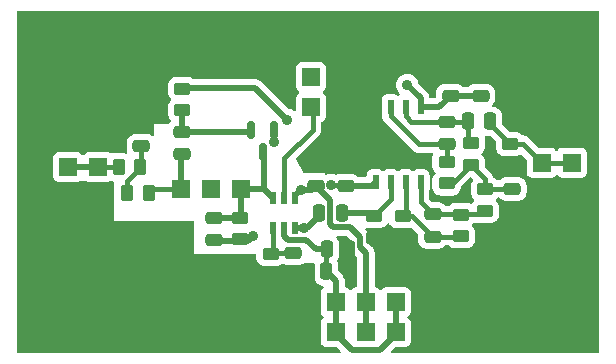
<source format=gbr>
%TF.GenerationSoftware,KiCad,Pcbnew,6.0.11+dfsg-1~bpo11+1*%
%TF.CreationDate,2023-04-13T10:21:59+00:00*%
%TF.ProjectId,PCRD01,50435244-3031-42e6-9b69-6361645f7063,01A*%
%TF.SameCoordinates,Original*%
%TF.FileFunction,Copper,L2,Bot*%
%TF.FilePolarity,Positive*%
%FSLAX46Y46*%
G04 Gerber Fmt 4.6, Leading zero omitted, Abs format (unit mm)*
G04 Created by KiCad (PCBNEW 6.0.11+dfsg-1~bpo11+1) date 2023-04-13 10:21:59*
%MOMM*%
%LPD*%
G01*
G04 APERTURE LIST*
G04 Aperture macros list*
%AMRoundRect*
0 Rectangle with rounded corners*
0 $1 Rounding radius*
0 $2 $3 $4 $5 $6 $7 $8 $9 X,Y pos of 4 corners*
0 Add a 4 corners polygon primitive as box body*
4,1,4,$2,$3,$4,$5,$6,$7,$8,$9,$2,$3,0*
0 Add four circle primitives for the rounded corners*
1,1,$1+$1,$2,$3*
1,1,$1+$1,$4,$5*
1,1,$1+$1,$6,$7*
1,1,$1+$1,$8,$9*
0 Add four rect primitives between the rounded corners*
20,1,$1+$1,$2,$3,$4,$5,0*
20,1,$1+$1,$4,$5,$6,$7,0*
20,1,$1+$1,$6,$7,$8,$9,0*
20,1,$1+$1,$8,$9,$2,$3,0*%
G04 Aperture macros list end*
%TA.AperFunction,ComponentPad*%
%ADD10R,1.524000X1.524000*%
%TD*%
%TA.AperFunction,ComponentPad*%
%ADD11C,6.000000*%
%TD*%
%TA.AperFunction,SMDPad,CuDef*%
%ADD12RoundRect,0.250000X-0.475000X0.250000X-0.475000X-0.250000X0.475000X-0.250000X0.475000X0.250000X0*%
%TD*%
%TA.AperFunction,SMDPad,CuDef*%
%ADD13RoundRect,0.250000X0.475000X-0.250000X0.475000X0.250000X-0.475000X0.250000X-0.475000X-0.250000X0*%
%TD*%
%TA.AperFunction,SMDPad,CuDef*%
%ADD14RoundRect,0.250000X-0.250000X-0.475000X0.250000X-0.475000X0.250000X0.475000X-0.250000X0.475000X0*%
%TD*%
%TA.AperFunction,SMDPad,CuDef*%
%ADD15RoundRect,0.250000X0.450000X-0.262500X0.450000X0.262500X-0.450000X0.262500X-0.450000X-0.262500X0*%
%TD*%
%TA.AperFunction,SMDPad,CuDef*%
%ADD16RoundRect,0.250000X0.262500X0.450000X-0.262500X0.450000X-0.262500X-0.450000X0.262500X-0.450000X0*%
%TD*%
%TA.AperFunction,SMDPad,CuDef*%
%ADD17RoundRect,0.250000X-0.450000X0.262500X-0.450000X-0.262500X0.450000X-0.262500X0.450000X0.262500X0*%
%TD*%
%TA.AperFunction,SMDPad,CuDef*%
%ADD18RoundRect,0.250000X0.250000X0.475000X-0.250000X0.475000X-0.250000X-0.475000X0.250000X-0.475000X0*%
%TD*%
%TA.AperFunction,SMDPad,CuDef*%
%ADD19R,0.508000X1.143000*%
%TD*%
%TA.AperFunction,SMDPad,CuDef*%
%ADD20R,0.500000X1.000760*%
%TD*%
%TA.AperFunction,SMDPad,CuDef*%
%ADD21R,0.501040X1.000760*%
%TD*%
%TA.AperFunction,SMDPad,CuDef*%
%ADD22RoundRect,0.150000X-0.150000X0.587500X-0.150000X-0.587500X0.150000X-0.587500X0.150000X0.587500X0*%
%TD*%
%TA.AperFunction,ViaPad*%
%ADD23C,0.889000*%
%TD*%
%TA.AperFunction,Conductor*%
%ADD24C,0.500000*%
%TD*%
%TA.AperFunction,Conductor*%
%ADD25C,0.400000*%
%TD*%
G04 APERTURE END LIST*
D10*
%TO.P,J1,1*%
%TO.N,GND*%
X2540000Y8890000D03*
%TO.P,J1,2*%
X0Y8890000D03*
%TO.P,J1,3*%
%TO.N,/+Ubias*%
X2540000Y11430000D03*
%TO.P,J1,4*%
X0Y11430000D03*
%TO.P,J1,5*%
%TO.N,GND*%
X2540000Y13970000D03*
%TO.P,J1,6*%
X0Y13970000D03*
%TD*%
%TO.P,J2,1*%
%TO.N,GND*%
X30276800Y0D03*
%TO.P,J2,2*%
X30276800Y-2540000D03*
%TO.P,J2,3*%
%TO.N,V-*%
X27736800Y0D03*
%TO.P,J2,4*%
X27736800Y-2540000D03*
%TO.P,J2,5*%
%TO.N,V+*%
X25196800Y0D03*
%TO.P,J2,6*%
X25196800Y-2540000D03*
%TO.P,J2,7*%
%TO.N,V-*%
X22656800Y0D03*
%TO.P,J2,8*%
X22656800Y-2540000D03*
%TO.P,J2,9*%
%TO.N,GND*%
X20116800Y0D03*
%TO.P,J2,10*%
X20116800Y-2540000D03*
%TD*%
%TO.P,J5,1*%
%TO.N,GND*%
X42646600Y9245600D03*
%TO.P,J5,2*%
X40106600Y9245600D03*
%TO.P,J5,3*%
%TO.N,Net-(C14-Pad2)*%
X42646600Y11785600D03*
%TO.P,J5,4*%
X40106600Y11785600D03*
%TO.P,J5,5*%
%TO.N,GND*%
X42646600Y14325600D03*
%TO.P,J5,6*%
X40106600Y14325600D03*
%TD*%
D11*
%TO.P,P4,1,P1*%
%TO.N,GND*%
X0Y0D03*
%TD*%
%TO.P,P3,1,P1*%
%TO.N,GND*%
X0Y20320000D03*
%TD*%
%TO.P,P1,1,P1*%
%TO.N,GND*%
X40640000Y0D03*
%TD*%
%TO.P,P2,1,P1*%
%TO.N,GND*%
X40640000Y20320000D03*
%TD*%
D10*
%TO.P,J4,1,P1*%
%TO.N,/#SHDN*%
X20574000Y16510000D03*
%TO.P,J4,2,PM*%
%TO.N,V+*%
X20574000Y19050000D03*
%TD*%
D12*
%TO.P,C1,1*%
%TO.N,Net-(C1-Pad1)*%
X9652000Y14412000D03*
%TO.P,C1,2*%
%TO.N,/K*%
X9652000Y12512000D03*
%TD*%
%TO.P,C2,1*%
%TO.N,Net-(C2-Pad1)*%
X19050000Y4125000D03*
%TO.P,C2,2*%
%TO.N,GND*%
X19050000Y2225000D03*
%TD*%
D13*
%TO.P,C3,1*%
%TO.N,V+*%
X20955000Y9845000D03*
%TO.P,C3,2*%
%TO.N,GND*%
X20955000Y11745000D03*
%TD*%
%TO.P,C5,1*%
%TO.N,V+*%
X34925000Y17465000D03*
%TO.P,C5,2*%
%TO.N,GND*%
X34925000Y19365000D03*
%TD*%
%TO.P,C6,1*%
%TO.N,V+*%
X32385000Y17465000D03*
%TO.P,C6,2*%
%TO.N,GND*%
X32385000Y19365000D03*
%TD*%
D14*
%TO.P,C10,1*%
%TO.N,V-*%
X21884600Y2590800D03*
%TO.P,C10,2*%
%TO.N,GND*%
X23784600Y2590800D03*
%TD*%
D13*
%TO.P,C12,1*%
%TO.N,GND*%
X37592000Y7686000D03*
%TO.P,C12,2*%
%TO.N,Net-(C12-Pad2)*%
X37592000Y9586000D03*
%TD*%
D14*
%TO.P,C14,1*%
%TO.N,Net-(C13-Pad2)*%
X33848000Y15290800D03*
%TO.P,C14,2*%
%TO.N,Net-(C14-Pad2)*%
X35748000Y15290800D03*
%TD*%
D15*
%TO.P,R1,1*%
%TO.N,Net-(C1-Pad1)*%
X9652000Y16232500D03*
%TO.P,R1,2*%
%TO.N,V-*%
X9652000Y18057500D03*
%TD*%
D16*
%TO.P,R2,1*%
%TO.N,Net-(C15-Pad1)*%
X6106800Y11430000D03*
%TO.P,R2,2*%
%TO.N,/+Ubias*%
X4281800Y11430000D03*
%TD*%
D15*
%TO.P,R5,1*%
%TO.N,GND*%
X25908000Y5437500D03*
%TO.P,R5,2*%
%TO.N,Net-(C8-Pad1)*%
X25908000Y7262500D03*
%TD*%
%TO.P,R6,1*%
%TO.N,Net-(C11-Pad1)*%
X33274000Y5564500D03*
%TO.P,R6,2*%
%TO.N,Net-(C11-Pad2)*%
X33274000Y7389500D03*
%TD*%
%TO.P,R7,1*%
%TO.N,GND*%
X28321000Y5437500D03*
%TO.P,R7,2*%
%TO.N,Net-(C11-Pad1)*%
X28321000Y7262500D03*
%TD*%
%TO.P,R8,1*%
%TO.N,Net-(C11-Pad2)*%
X35306000Y7723500D03*
%TO.P,R8,2*%
%TO.N,Net-(C12-Pad2)*%
X35306000Y9548500D03*
%TD*%
%TO.P,R9,1*%
%TO.N,Net-(C12-Pad2)*%
X32054800Y10034900D03*
%TO.P,R9,2*%
%TO.N,Net-(C13-Pad1)*%
X32054800Y11859900D03*
%TD*%
D17*
%TO.P,R11,1*%
%TO.N,Net-(C14-Pad2)*%
X37439600Y13358500D03*
%TO.P,R11,2*%
%TO.N,GND*%
X37439600Y11533500D03*
%TD*%
D13*
%TO.P,C11,1*%
%TO.N,Net-(C11-Pad1)*%
X30861000Y5527000D03*
%TO.P,C11,2*%
%TO.N,Net-(C11-Pad2)*%
X30861000Y7427000D03*
%TD*%
%TO.P,C4,1*%
%TO.N,Net-(C4-Pad1)*%
X12369569Y5213931D03*
%TO.P,C4,2*%
%TO.N,/A*%
X12369569Y7113931D03*
%TD*%
D10*
%TO.P,J3,1*%
%TO.N,/K*%
X9525000Y9525000D03*
%TO.P,J3,2*%
%TO.N,GND*%
X12065000Y9525000D03*
%TO.P,J3,3*%
%TO.N,/A*%
X14605000Y9525000D03*
%TD*%
D13*
%TO.P,C9,1*%
%TO.N,V-*%
X23495000Y9845000D03*
%TO.P,C9,2*%
%TO.N,GND*%
X23495000Y11745000D03*
%TD*%
D18*
%TO.P,C8,1*%
%TO.N,Net-(C8-Pad1)*%
X23175000Y7493000D03*
%TO.P,C8,2*%
%TO.N,Net-(C4-Pad1)*%
X21275000Y7493000D03*
%TD*%
D13*
%TO.P,C13,1*%
%TO.N,Net-(C13-Pad1)*%
X32054800Y13350200D03*
%TO.P,C13,2*%
%TO.N,Net-(C13-Pad2)*%
X32054800Y15250200D03*
%TD*%
D15*
%TO.P,R10,1*%
%TO.N,Net-(C12-Pad2)*%
X34086800Y11635100D03*
%TO.P,R10,2*%
%TO.N,Net-(C13-Pad2)*%
X34086800Y13460100D03*
%TD*%
D14*
%TO.P,C7,1*%
%TO.N,V-*%
X21910000Y4445000D03*
%TO.P,C7,2*%
%TO.N,GND*%
X23810000Y4445000D03*
%TD*%
D19*
%TO.P,U2,1*%
%TO.N,Net-(C11-Pad2)*%
X29845000Y10160000D03*
%TO.P,U2,2,-*%
%TO.N,Net-(C11-Pad1)*%
X28575000Y10160000D03*
%TO.P,U2,3,+*%
%TO.N,Net-(C8-Pad1)*%
X27305000Y10160000D03*
%TO.P,U2,4,V-*%
%TO.N,V-*%
X26035000Y10160000D03*
%TO.P,U2,5,+*%
%TO.N,GND*%
X26035000Y16510000D03*
%TO.P,U2,6,-*%
%TO.N,Net-(C13-Pad1)*%
X27305000Y16510000D03*
%TO.P,U2,7*%
%TO.N,Net-(C13-Pad2)*%
X28575000Y16510000D03*
%TO.P,U2,8,V+*%
%TO.N,V+*%
X29845000Y16510000D03*
%TD*%
D20*
%TO.P,U1,1*%
%TO.N,Net-(C4-Pad1)*%
X19240500Y6223000D03*
%TO.P,U1,2,V-*%
%TO.N,V-*%
X18288000Y6223000D03*
%TO.P,U1,3,+*%
%TO.N,Net-(C2-Pad1)*%
X17335500Y6223000D03*
D21*
%TO.P,U1,4,-*%
%TO.N,/A*%
X17335500Y8763000D03*
D20*
%TO.P,U1,5,#SHDN*%
%TO.N,/#SHDN*%
X18288000Y8763000D03*
%TO.P,U1,6,V+*%
%TO.N,V+*%
X19240500Y8763000D03*
%TD*%
D15*
%TO.P,R3,1*%
%TO.N,GND*%
X17145000Y2262500D03*
%TO.P,R3,2*%
%TO.N,Net-(C2-Pad1)*%
X17145000Y4087500D03*
%TD*%
D22*
%TO.P,Q1,1,S*%
%TO.N,Net-(C1-Pad1)*%
X15532000Y14536500D03*
%TO.P,Q1,2,D*%
%TO.N,V+*%
X17432000Y14536500D03*
%TO.P,Q1,3,G*%
%TO.N,/A*%
X16482000Y12661500D03*
%TD*%
D15*
%TO.P,R4,1*%
%TO.N,Net-(C4-Pad1)*%
X14592569Y5306431D03*
%TO.P,R4,2*%
%TO.N,/A*%
X14592569Y7131431D03*
%TD*%
D16*
%TO.P,R12,1*%
%TO.N,/K*%
X6817500Y9212500D03*
%TO.P,R12,2*%
%TO.N,Net-(C15-Pad1)*%
X4992500Y9212500D03*
%TD*%
D13*
%TO.P,C15,1*%
%TO.N,Net-(C15-Pad1)*%
X6197600Y13185100D03*
%TO.P,C15,2*%
%TO.N,GND*%
X6197600Y15085100D03*
%TD*%
D23*
%TO.N,GND*%
X24739600Y16510000D03*
X17043400Y22402800D03*
X32766000Y21818600D03*
X27762200Y22301200D03*
X24765000Y13970000D03*
X21996400Y13208000D03*
X23266400Y3454400D03*
X-2184400Y15900400D03*
X-2184400Y4826000D03*
X28600400Y12242800D03*
X33375600Y3733800D03*
X1282000Y4999000D03*
X37033200Y5105400D03*
X27495500Y3238500D03*
X23037800Y22199600D03*
X12217400Y22834600D03*
X4292600Y18516600D03*
%TO.N,V+*%
X19690447Y9519689D03*
X17449800Y13538200D03*
X28732000Y18349000D03*
%TO.N,Net-(C4-Pad1)*%
X19939000Y6235700D03*
X15646931Y5584069D03*
%TO.N,V-*%
X21920200Y4432300D03*
X22298002Y9906000D03*
X18521400Y15438400D03*
%TD*%
D24*
%TO.N,Net-(C1-Pad1)*%
X9652000Y14414500D02*
X15557500Y14414500D01*
X9652000Y14414500D02*
X9652000Y16192500D01*
D25*
%TO.N,Net-(C2-Pad1)*%
X17332000Y6219500D02*
X17335500Y6223000D01*
X19050000Y4127500D02*
X17145000Y4127500D01*
X17332000Y4314500D02*
X17332000Y6219500D01*
%TO.N,GND*%
X25908000Y5397500D02*
X26162000Y5397500D01*
D24*
%TO.N,V+*%
X25196800Y4124960D02*
X24707001Y4614759D01*
X34925000Y17462500D02*
X32385000Y17462500D01*
X17449800Y13538200D02*
X17449800Y14518700D01*
X29845000Y16510000D02*
X31432500Y16510000D01*
X25196800Y0D02*
X25196800Y4124960D01*
X22167001Y6575639D02*
X22167001Y8630499D01*
X28732000Y18349000D02*
X29845000Y17236000D01*
D25*
X19240500Y8763000D02*
X19240500Y8826500D01*
D24*
X19240500Y9069742D02*
X19690447Y9519689D01*
X29845000Y17236000D02*
X29845000Y16510000D01*
X19240500Y8763000D02*
X19240500Y9069742D01*
X22398141Y6344499D02*
X22167001Y6575639D01*
X31432500Y16510000D02*
X32385000Y17462500D01*
X20632189Y9519689D02*
X20955000Y9842500D01*
X19690447Y9519689D02*
X20632189Y9519689D01*
X24707001Y5503501D02*
X23866003Y6344499D01*
X17454500Y13538200D02*
X17449800Y13538200D01*
X17449800Y14518700D02*
X17432000Y14536500D01*
X17462500Y13530200D02*
X17454500Y13538200D01*
X24707001Y4614759D02*
X24707001Y5503501D01*
X25196800Y-2540000D02*
X25196800Y0D01*
X23866003Y6344499D02*
X22398141Y6344499D01*
X22167001Y8630499D02*
X20955000Y9842500D01*
%TO.N,Net-(C4-Pad1)*%
X21272500Y7239000D02*
X20269200Y6235700D01*
X19310383Y6235700D02*
X19939000Y6235700D01*
X15646931Y5584069D02*
X15261862Y5199000D01*
X20269200Y6235700D02*
X19939000Y6235700D01*
X15261862Y5199000D02*
X12382000Y5199000D01*
X19240500Y6223000D02*
X19253200Y6235700D01*
X19253200Y6235700D02*
X19310383Y6235700D01*
X21272500Y7493000D02*
X21272500Y7239000D01*
%TO.N,V-*%
X18521400Y15438400D02*
X15862300Y18097500D01*
X18630499Y5272619D02*
X20135381Y5272619D01*
X27736800Y-2746200D02*
X26432000Y-4051000D01*
D25*
X22298002Y9906000D02*
X23431500Y9906000D01*
X21882100Y4419600D02*
X21907500Y4445000D01*
D24*
X26432000Y-4051000D02*
X24032000Y-4051000D01*
D25*
X21882100Y2590800D02*
X21882100Y4419600D01*
D24*
X25717500Y9842500D02*
X26035000Y10160000D01*
X20135381Y5272619D02*
X20963000Y4445000D01*
X22656800Y0D02*
X22656800Y-2540000D01*
X18288000Y5615118D02*
X18630499Y5272619D01*
X27736800Y-2540000D02*
X27736800Y0D01*
X23495000Y9842500D02*
X25717500Y9842500D01*
X21907500Y4445000D02*
X20963000Y4445000D01*
X18288000Y6223000D02*
X18288000Y5615118D01*
X24032000Y-4051000D02*
X22656800Y-2675800D01*
X22656800Y0D02*
X22656800Y1816100D01*
X15862300Y18097500D02*
X9652000Y18097500D01*
D25*
X21907500Y4445000D02*
X21920200Y4432300D01*
D24*
X22656800Y1816100D02*
X21882100Y2590800D01*
D25*
%TO.N,Net-(C8-Pad1)*%
X25908000Y7302500D02*
X27305000Y8699500D01*
D24*
X23177500Y7493000D02*
X25717500Y7493000D01*
D25*
X27305000Y8699500D02*
X27305000Y10381000D01*
D24*
X25717500Y7493000D02*
X25908000Y7302500D01*
D25*
%TO.N,Net-(C11-Pad1)*%
X29083000Y7302500D02*
X30861000Y5524500D01*
X28575000Y10381000D02*
X28575000Y7556500D01*
X28575000Y7556500D02*
X28321000Y7302500D01*
X28321000Y7302500D02*
X29083000Y7302500D01*
X30861000Y5524500D02*
X33274000Y5524500D01*
%TO.N,Net-(C11-Pad2)*%
X35052000Y7429500D02*
X35306000Y7683500D01*
X33274000Y7429500D02*
X35052000Y7429500D01*
X29845000Y8445500D02*
X30861000Y7429500D01*
X29845000Y10381000D02*
X29845000Y8445500D01*
X30861000Y7429500D02*
X33274000Y7429500D01*
%TO.N,Net-(C12-Pad2)*%
X37592000Y9588500D02*
X35306000Y9588500D01*
X35306000Y9588500D02*
X35306000Y10375900D01*
X35306000Y10375900D02*
X34086800Y11595100D01*
X32486600Y9994900D02*
X34086800Y11595100D01*
X32054800Y9994900D02*
X32486600Y9994900D01*
%TO.N,Net-(C13-Pad1)*%
X32054800Y11899900D02*
X32054800Y13347700D01*
X29683300Y13347700D02*
X27305000Y15726000D01*
X27305000Y15726000D02*
X27305000Y16510000D01*
X32054800Y13347700D02*
X29683300Y13347700D01*
%TO.N,Net-(C13-Pad2)*%
X28575000Y15756000D02*
X29078300Y15252700D01*
X33845500Y13741400D02*
X34086800Y13500100D01*
X32054800Y15252700D02*
X33807400Y15252700D01*
X28575000Y16510000D02*
X28575000Y15756000D01*
X33807400Y15252700D02*
X33845500Y15290800D01*
X33845500Y15290800D02*
X33845500Y13741400D01*
X29078300Y15252700D02*
X32054800Y15252700D01*
%TO.N,Net-(C14-Pad2)*%
X40106600Y11785600D02*
X42646600Y11785600D01*
X35750500Y15290800D02*
X35750500Y15087600D01*
X37439600Y13398500D02*
X38493700Y13398500D01*
X38493700Y13398500D02*
X40106600Y11785600D01*
X35750500Y15087600D02*
X37439600Y13398500D01*
%TO.N,/#SHDN*%
X18288000Y8763000D02*
X18288000Y12171498D01*
X18288000Y12171498D02*
X20701000Y14584498D01*
X20701000Y15284500D02*
X20701000Y16510000D01*
X20701000Y14584498D02*
X20701000Y15284500D01*
%TO.N,/+Ubias*%
X4241800Y11430000D02*
X2540000Y11430000D01*
D24*
X0Y11430000D02*
X2540000Y11430000D01*
%TO.N,/K*%
X9525000Y12382500D02*
X9652000Y12509500D01*
X9525000Y9525000D02*
X9525000Y11484490D01*
D25*
X7175500Y9525000D02*
X9525000Y9525000D01*
D24*
X9525000Y11484490D02*
X9525000Y12382500D01*
%TO.N,/A*%
X16573500Y9525000D02*
X14605000Y9525000D01*
X14537569Y7116431D02*
X12369569Y7116431D01*
X14605000Y7556500D02*
X14550000Y7501500D01*
X16573500Y9525000D02*
X16573500Y12570000D01*
X14605000Y7556500D02*
X14605000Y9525000D01*
X17335500Y8763000D02*
X16573500Y9525000D01*
D25*
%TO.N,Net-(C15-Pad1)*%
X4952500Y10235700D02*
X6146800Y11430000D01*
X6197600Y11480800D02*
X6146800Y11430000D01*
X6197600Y13182600D02*
X6197600Y11480800D01*
X4952500Y9212500D02*
X4952500Y10235700D01*
%TD*%
%TA.AperFunction,Conductor*%
%TO.N,GND*%
G36*
X44915191Y24617093D02*
G01*
X44951155Y24567593D01*
X44956000Y24537000D01*
X44956000Y-4217000D01*
X44937093Y-4275191D01*
X44887593Y-4311155D01*
X44857000Y-4316000D01*
X27478689Y-4316000D01*
X27420498Y-4297093D01*
X27384534Y-4247593D01*
X27384534Y-4186407D01*
X27408685Y-4146996D01*
X27716185Y-3839496D01*
X27770702Y-3811719D01*
X27786189Y-3810500D01*
X28546934Y-3810500D01*
X28566963Y-3808324D01*
X28602942Y-3804416D01*
X28602944Y-3804415D01*
X28609116Y-3803745D01*
X28745505Y-3752615D01*
X28862061Y-3665261D01*
X28949415Y-3548705D01*
X29000545Y-3412316D01*
X29007300Y-3350134D01*
X29007300Y-1729866D01*
X29000545Y-1667684D01*
X28949415Y-1531295D01*
X28862061Y-1414739D01*
X28856417Y-1410509D01*
X28856413Y-1410505D01*
X28774641Y-1349220D01*
X28739416Y-1299192D01*
X28740324Y-1238014D01*
X28774641Y-1190780D01*
X28856413Y-1129495D01*
X28856417Y-1129491D01*
X28862061Y-1125261D01*
X28949415Y-1008705D01*
X29000545Y-872316D01*
X29007300Y-810134D01*
X29007300Y810134D01*
X29000545Y872316D01*
X28949415Y1008705D01*
X28862061Y1125261D01*
X28745505Y1212615D01*
X28721965Y1221440D01*
X28614931Y1261565D01*
X28609116Y1263745D01*
X28602944Y1264415D01*
X28602942Y1264416D01*
X28566963Y1268324D01*
X28546934Y1270500D01*
X26926666Y1270500D01*
X26906637Y1268324D01*
X26870658Y1264416D01*
X26870656Y1264415D01*
X26864484Y1263745D01*
X26858669Y1261565D01*
X26751636Y1221440D01*
X26728095Y1212615D01*
X26611539Y1125261D01*
X26607309Y1119617D01*
X26607305Y1119613D01*
X26546020Y1037841D01*
X26495992Y1002616D01*
X26434814Y1003524D01*
X26387580Y1037841D01*
X26326295Y1119613D01*
X26326291Y1119617D01*
X26322061Y1125261D01*
X26205505Y1212615D01*
X26181965Y1221440D01*
X26074931Y1261565D01*
X26069116Y1263745D01*
X26062944Y1264415D01*
X26062942Y1264416D01*
X26043608Y1266516D01*
X25987800Y1291597D01*
X25957392Y1344692D01*
X25955300Y1364937D01*
X25955300Y4059939D01*
X25956426Y4074828D01*
X25959133Y4092620D01*
X25959133Y4092624D01*
X25959998Y4098309D01*
X25955626Y4152064D01*
X25955300Y4160089D01*
X25955300Y4169253D01*
X25951955Y4197950D01*
X25951615Y4201386D01*
X25946127Y4268861D01*
X25946126Y4268865D01*
X25945660Y4274597D01*
X25943887Y4280070D01*
X25942760Y4285709D01*
X25942870Y4285731D01*
X25942080Y4289356D01*
X25941971Y4289330D01*
X25940648Y4294926D01*
X25939982Y4300641D01*
X25938019Y4306049D01*
X25914915Y4369700D01*
X25913793Y4372968D01*
X25892923Y4437389D01*
X25891151Y4442859D01*
X25888168Y4447774D01*
X25885773Y4453006D01*
X25885874Y4453052D01*
X25884272Y4456398D01*
X25884170Y4456347D01*
X25881598Y4461483D01*
X25879633Y4466897D01*
X25864760Y4489583D01*
X25839367Y4528313D01*
X25837523Y4531235D01*
X25801685Y4590295D01*
X25801682Y4590299D01*
X25799395Y4594068D01*
X25791997Y4602444D01*
X25792133Y4602564D01*
X25789654Y4605722D01*
X25789498Y4605591D01*
X25785808Y4610004D01*
X25782656Y4614812D01*
X25726189Y4668304D01*
X25724270Y4670171D01*
X25494497Y4899944D01*
X25466720Y4954461D01*
X25465501Y4969948D01*
X25465501Y5438474D01*
X25466627Y5453363D01*
X25469335Y5471161D01*
X25469335Y5471165D01*
X25470200Y5476850D01*
X25465827Y5530613D01*
X25465501Y5538639D01*
X25465501Y5547794D01*
X25465169Y5550645D01*
X25462157Y5576482D01*
X25461817Y5579918D01*
X25456327Y5647406D01*
X25455861Y5653137D01*
X25454088Y5658608D01*
X25452961Y5664250D01*
X25453070Y5664272D01*
X25452280Y5667896D01*
X25452172Y5667871D01*
X25450849Y5673468D01*
X25450183Y5679182D01*
X25441510Y5703076D01*
X25425115Y5748245D01*
X25423993Y5751512D01*
X25403124Y5815930D01*
X25401352Y5821400D01*
X25398369Y5826315D01*
X25395974Y5831547D01*
X25396075Y5831593D01*
X25394473Y5834939D01*
X25394371Y5834888D01*
X25391799Y5840023D01*
X25389834Y5845438D01*
X25349552Y5906878D01*
X25347711Y5909796D01*
X25311885Y5968836D01*
X25311884Y5968837D01*
X25309596Y5972608D01*
X25302198Y5980985D01*
X25302346Y5981116D01*
X25299865Y5984271D01*
X25299699Y5984132D01*
X25296009Y5988545D01*
X25292857Y5993353D01*
X25236390Y6046845D01*
X25234471Y6048712D01*
X25191467Y6091716D01*
X25163690Y6146233D01*
X25173261Y6206665D01*
X25216526Y6249930D01*
X25276958Y6259501D01*
X25292638Y6255686D01*
X25298006Y6253905D01*
X25298011Y6253904D01*
X25303139Y6252203D01*
X25407600Y6241500D01*
X26408400Y6241500D01*
X26514166Y6252474D01*
X26681946Y6308450D01*
X26686833Y6311474D01*
X26686837Y6311476D01*
X26791598Y6376305D01*
X26832348Y6401522D01*
X26957305Y6526697D01*
X26960321Y6531590D01*
X26960325Y6531595D01*
X27030173Y6644909D01*
X27076802Y6684523D01*
X27137812Y6689164D01*
X27189897Y6657058D01*
X27198632Y6645056D01*
X27272522Y6525652D01*
X27397697Y6400695D01*
X27402593Y6397677D01*
X27543367Y6310902D01*
X27543369Y6310901D01*
X27548262Y6307885D01*
X27553718Y6306075D01*
X27553721Y6306074D01*
X27711006Y6253905D01*
X27711011Y6253904D01*
X27716139Y6252203D01*
X27820600Y6241500D01*
X28821400Y6241500D01*
X28927166Y6252474D01*
X29021994Y6284111D01*
X29083176Y6284591D01*
X29123327Y6260203D01*
X29598504Y5785026D01*
X29626281Y5730509D01*
X29627500Y5715022D01*
X29627500Y5226600D01*
X29638474Y5120834D01*
X29694450Y4953054D01*
X29697474Y4948167D01*
X29697476Y4948163D01*
X29744348Y4872420D01*
X29787522Y4802652D01*
X29912697Y4677695D01*
X29917593Y4674677D01*
X30058367Y4587902D01*
X30058369Y4587901D01*
X30063262Y4584885D01*
X30068718Y4583075D01*
X30068721Y4583074D01*
X30226006Y4530905D01*
X30226011Y4530904D01*
X30231139Y4529203D01*
X30335600Y4518500D01*
X31386400Y4518500D01*
X31492166Y4529474D01*
X31659946Y4585450D01*
X31664833Y4588474D01*
X31664837Y4588476D01*
X31788330Y4664897D01*
X31810348Y4678522D01*
X31814405Y4682586D01*
X31814410Y4682590D01*
X31918580Y4786942D01*
X31973073Y4814768D01*
X31988645Y4816000D01*
X32196238Y4816000D01*
X32254429Y4797093D01*
X32266178Y4787067D01*
X32350697Y4702695D01*
X32355589Y4699679D01*
X32355591Y4699678D01*
X32496367Y4612902D01*
X32496369Y4612901D01*
X32501262Y4609885D01*
X32506718Y4608075D01*
X32506721Y4608074D01*
X32664006Y4555905D01*
X32664011Y4555904D01*
X32669139Y4554203D01*
X32773600Y4543500D01*
X33774400Y4543500D01*
X33880166Y4554474D01*
X34047946Y4610450D01*
X34052833Y4613474D01*
X34052837Y4613476D01*
X34135931Y4664897D01*
X34198348Y4703522D01*
X34323305Y4828697D01*
X34326323Y4833593D01*
X34413098Y4974367D01*
X34413099Y4974369D01*
X34416115Y4979262D01*
X34445482Y5067800D01*
X34470095Y5142006D01*
X34470096Y5142011D01*
X34471797Y5147139D01*
X34482500Y5251600D01*
X34482500Y5877400D01*
X34471526Y5983166D01*
X34415550Y6150946D01*
X34412526Y6155833D01*
X34412524Y6155837D01*
X34356551Y6246287D01*
X34322478Y6301348D01*
X34230884Y6392783D01*
X34216783Y6406859D01*
X34188958Y6461352D01*
X34198477Y6521792D01*
X34216661Y6546867D01*
X34319243Y6649628D01*
X34323305Y6653697D01*
X34326321Y6658590D01*
X34326325Y6658595D01*
X34335789Y6673949D01*
X34382418Y6713563D01*
X34420064Y6721000D01*
X34661642Y6721000D01*
X34692808Y6715966D01*
X34701139Y6713203D01*
X34805600Y6702500D01*
X35806400Y6702500D01*
X35912166Y6713474D01*
X36079946Y6769450D01*
X36084833Y6772474D01*
X36084837Y6772476D01*
X36160580Y6819348D01*
X36230348Y6862522D01*
X36266763Y6899000D01*
X36351243Y6983628D01*
X36355305Y6987697D01*
X36448115Y7138262D01*
X36459650Y7173039D01*
X36502095Y7301006D01*
X36502096Y7301011D01*
X36503797Y7306139D01*
X36514500Y7410600D01*
X36514500Y8036400D01*
X36503526Y8142166D01*
X36447550Y8309946D01*
X36444526Y8314833D01*
X36444524Y8314837D01*
X36391607Y8400348D01*
X36354478Y8460348D01*
X36251404Y8563243D01*
X36248783Y8565859D01*
X36220958Y8620352D01*
X36230477Y8680792D01*
X36248661Y8705867D01*
X36307183Y8764491D01*
X36355305Y8812697D01*
X36358321Y8817590D01*
X36358325Y8817595D01*
X36367789Y8832949D01*
X36414418Y8872563D01*
X36452064Y8880000D01*
X36459184Y8880000D01*
X36517375Y8861093D01*
X36529126Y8851065D01*
X36639623Y8740760D01*
X36639632Y8740753D01*
X36643697Y8736695D01*
X36648593Y8733677D01*
X36789367Y8646902D01*
X36789369Y8646901D01*
X36794262Y8643885D01*
X36799718Y8642075D01*
X36799721Y8642074D01*
X36957006Y8589905D01*
X36957011Y8589904D01*
X36962139Y8588203D01*
X37066600Y8577500D01*
X38117400Y8577500D01*
X38223166Y8588474D01*
X38390946Y8644450D01*
X38395833Y8647474D01*
X38395837Y8647476D01*
X38498733Y8711151D01*
X38541348Y8737522D01*
X38666305Y8862697D01*
X38693291Y8906476D01*
X38756098Y9008367D01*
X38756099Y9008369D01*
X38759115Y9013262D01*
X38781306Y9080166D01*
X38813095Y9176006D01*
X38813096Y9176011D01*
X38814797Y9181139D01*
X38825500Y9285600D01*
X38825500Y9886400D01*
X38814526Y9992166D01*
X38758550Y10159946D01*
X38755526Y10164833D01*
X38755524Y10164837D01*
X38681595Y10284303D01*
X38665478Y10310348D01*
X38654824Y10320984D01*
X38547727Y10427894D01*
X38540303Y10435305D01*
X38521525Y10446880D01*
X38394633Y10525098D01*
X38394631Y10525099D01*
X38389738Y10528115D01*
X38384282Y10529925D01*
X38384279Y10529926D01*
X38226994Y10582095D01*
X38226989Y10582096D01*
X38221861Y10583797D01*
X38117400Y10594500D01*
X37066600Y10594500D01*
X36960834Y10583526D01*
X36793054Y10527550D01*
X36788167Y10524526D01*
X36788163Y10524524D01*
X36748692Y10500098D01*
X36642652Y10434478D01*
X36638595Y10430414D01*
X36638590Y10430410D01*
X36534420Y10326058D01*
X36479927Y10298232D01*
X36464355Y10297000D01*
X36383762Y10297000D01*
X36325571Y10315907D01*
X36313819Y10325936D01*
X36294455Y10345267D01*
X36229303Y10410305D01*
X36224409Y10413322D01*
X36083633Y10500098D01*
X36083631Y10500099D01*
X36078738Y10503115D01*
X36053738Y10511407D01*
X36004459Y10547673D01*
X35990222Y10576574D01*
X35989243Y10582184D01*
X35963277Y10641336D01*
X35961319Y10646132D01*
X35940597Y10700972D01*
X35938487Y10706556D01*
X35933156Y10714313D01*
X35924098Y10730587D01*
X35920315Y10739205D01*
X35880991Y10790452D01*
X35877943Y10794647D01*
X35856987Y10825139D01*
X35841357Y10847881D01*
X35794261Y10889842D01*
X35790115Y10893755D01*
X35324296Y11359574D01*
X35296519Y11414091D01*
X35295300Y11429578D01*
X35295300Y11948000D01*
X35284326Y12053766D01*
X35228350Y12221546D01*
X35225326Y12226433D01*
X35225324Y12226437D01*
X35156435Y12337759D01*
X35135278Y12371948D01*
X35105100Y12402074D01*
X35029583Y12477459D01*
X35001758Y12531952D01*
X35011277Y12592392D01*
X35029461Y12617467D01*
X35033639Y12621652D01*
X35136105Y12724297D01*
X35175191Y12787706D01*
X35225898Y12869967D01*
X35225899Y12869969D01*
X35228915Y12874862D01*
X35230726Y12880321D01*
X35282895Y13037606D01*
X35282896Y13037611D01*
X35284597Y13042739D01*
X35295300Y13147200D01*
X35295300Y13773000D01*
X35284326Y13878766D01*
X35265399Y13935497D01*
X35264918Y13996680D01*
X35300492Y14046461D01*
X35358532Y14065825D01*
X35369400Y14065312D01*
X35416894Y14060446D01*
X35447600Y14057300D01*
X35737823Y14057300D01*
X35796014Y14038393D01*
X35807827Y14028303D01*
X36202104Y13634025D01*
X36229881Y13579509D01*
X36231100Y13564022D01*
X36231100Y13045600D01*
X36242074Y12939834D01*
X36298050Y12772054D01*
X36301074Y12767167D01*
X36301076Y12767163D01*
X36328936Y12722143D01*
X36391122Y12621652D01*
X36516297Y12496695D01*
X36521193Y12493677D01*
X36661967Y12406902D01*
X36661969Y12406901D01*
X36666862Y12403885D01*
X36672318Y12402075D01*
X36672321Y12402074D01*
X36829606Y12349905D01*
X36829611Y12349904D01*
X36834739Y12348203D01*
X36939200Y12337500D01*
X37940000Y12337500D01*
X38045766Y12348474D01*
X38213546Y12404450D01*
X38218433Y12407474D01*
X38218439Y12407477D01*
X38301112Y12458638D01*
X38315049Y12467262D01*
X38374480Y12481806D01*
X38431110Y12458638D01*
X38437148Y12453082D01*
X38807104Y12083126D01*
X38834881Y12028609D01*
X38836100Y12013122D01*
X38836100Y10975466D01*
X38836389Y10972807D01*
X38841083Y10929600D01*
X38842855Y10913284D01*
X38845035Y10907469D01*
X38889543Y10788745D01*
X38893985Y10776895D01*
X38981339Y10660339D01*
X39097895Y10572985D01*
X39104493Y10570511D01*
X39104494Y10570511D01*
X39182329Y10541332D01*
X39234284Y10521855D01*
X39240456Y10521185D01*
X39240458Y10521184D01*
X39276437Y10517276D01*
X39296466Y10515100D01*
X40916734Y10515100D01*
X40936763Y10517276D01*
X40972742Y10521184D01*
X40972744Y10521185D01*
X40978916Y10521855D01*
X41030871Y10541332D01*
X41108706Y10570511D01*
X41108707Y10570511D01*
X41115305Y10572985D01*
X41231861Y10660339D01*
X41236091Y10665983D01*
X41236095Y10665987D01*
X41297380Y10747759D01*
X41347408Y10782984D01*
X41408586Y10782076D01*
X41455820Y10747759D01*
X41517105Y10665987D01*
X41517109Y10665983D01*
X41521339Y10660339D01*
X41637895Y10572985D01*
X41644493Y10570511D01*
X41644494Y10570511D01*
X41722329Y10541332D01*
X41774284Y10521855D01*
X41780456Y10521185D01*
X41780458Y10521184D01*
X41816437Y10517276D01*
X41836466Y10515100D01*
X43456734Y10515100D01*
X43476763Y10517276D01*
X43512742Y10521184D01*
X43512744Y10521185D01*
X43518916Y10521855D01*
X43570871Y10541332D01*
X43648706Y10570511D01*
X43648707Y10570511D01*
X43655305Y10572985D01*
X43771861Y10660339D01*
X43859215Y10776895D01*
X43863658Y10788745D01*
X43908165Y10907469D01*
X43910345Y10913284D01*
X43912118Y10929600D01*
X43916811Y10972807D01*
X43917100Y10975466D01*
X43917100Y12595734D01*
X43914432Y12620293D01*
X43911016Y12651742D01*
X43911015Y12651744D01*
X43910345Y12657916D01*
X43865669Y12777088D01*
X43861689Y12787706D01*
X43861689Y12787707D01*
X43859215Y12794305D01*
X43771861Y12910861D01*
X43655305Y12998215D01*
X43518916Y13049345D01*
X43512744Y13050015D01*
X43512742Y13050016D01*
X43476763Y13053924D01*
X43456734Y13056100D01*
X41836466Y13056100D01*
X41816437Y13053924D01*
X41780458Y13050016D01*
X41780456Y13050015D01*
X41774284Y13049345D01*
X41637895Y12998215D01*
X41521339Y12910861D01*
X41517109Y12905217D01*
X41517105Y12905213D01*
X41455820Y12823441D01*
X41405792Y12788216D01*
X41344614Y12789124D01*
X41297380Y12823441D01*
X41236095Y12905213D01*
X41236091Y12905217D01*
X41231861Y12910861D01*
X41115305Y12998215D01*
X40978916Y13049345D01*
X40972744Y13050015D01*
X40972742Y13050016D01*
X40936763Y13053924D01*
X40916734Y13056100D01*
X39879078Y13056100D01*
X39820887Y13075007D01*
X39809074Y13085096D01*
X39014483Y13879687D01*
X39009884Y13884611D01*
X38975182Y13924390D01*
X38971261Y13928885D01*
X38966383Y13932313D01*
X38966379Y13932317D01*
X38918404Y13966034D01*
X38914242Y13969125D01*
X38868113Y14005295D01*
X38868111Y14005296D01*
X38863418Y14008976D01*
X38856736Y14011993D01*
X38854845Y14012847D01*
X38838658Y14022080D01*
X38835846Y14024057D01*
X38835843Y14024058D01*
X38830961Y14027490D01*
X38770747Y14050966D01*
X38766007Y14052959D01*
X38758830Y14056200D01*
X38745780Y14062092D01*
X38712567Y14077089D01*
X38712565Y14077090D01*
X38707127Y14079545D01*
X38701262Y14080632D01*
X38701256Y14080634D01*
X38697876Y14081260D01*
X38679962Y14086363D01*
X38671191Y14089782D01*
X38634053Y14094671D01*
X38607145Y14098214D01*
X38602026Y14099025D01*
X38557900Y14107203D01*
X38538514Y14110796D01*
X38520465Y14109755D01*
X38461284Y14125281D01*
X38444823Y14138527D01*
X38439129Y14144212D01*
X38362903Y14220305D01*
X38271287Y14276778D01*
X38217233Y14310098D01*
X38217231Y14310099D01*
X38212338Y14313115D01*
X38206882Y14314925D01*
X38206879Y14314926D01*
X38049594Y14367095D01*
X38049589Y14367096D01*
X38044461Y14368797D01*
X37940000Y14379500D01*
X37501578Y14379500D01*
X37443387Y14398407D01*
X37431574Y14408496D01*
X36785496Y15054574D01*
X36757719Y15109091D01*
X36756500Y15124578D01*
X36756500Y15816200D01*
X36745526Y15921966D01*
X36689550Y16089746D01*
X36686526Y16094633D01*
X36686524Y16094637D01*
X36638180Y16172758D01*
X36596478Y16240148D01*
X36471303Y16365105D01*
X36447804Y16379590D01*
X36325633Y16454898D01*
X36325631Y16454899D01*
X36320738Y16457915D01*
X36315282Y16459725D01*
X36315279Y16459726D01*
X36157994Y16511895D01*
X36157989Y16511896D01*
X36152861Y16513597D01*
X36048400Y16524300D01*
X36021000Y16524300D01*
X35962809Y16543207D01*
X35926845Y16592707D01*
X35926845Y16653893D01*
X35950936Y16693243D01*
X35995240Y16737624D01*
X35995243Y16737628D01*
X35999305Y16741697D01*
X36092115Y16892262D01*
X36117337Y16968303D01*
X36146095Y17055006D01*
X36146096Y17055011D01*
X36147797Y17060139D01*
X36158500Y17164600D01*
X36158500Y17765400D01*
X36147526Y17871166D01*
X36091550Y18038946D01*
X36088526Y18043833D01*
X36088524Y18043837D01*
X36041652Y18119580D01*
X35998478Y18189348D01*
X35873303Y18314305D01*
X35803147Y18357550D01*
X35727633Y18404098D01*
X35727631Y18404099D01*
X35722738Y18407115D01*
X35717282Y18408925D01*
X35717279Y18408926D01*
X35559994Y18461095D01*
X35559989Y18461096D01*
X35554861Y18462797D01*
X35450400Y18473500D01*
X34399600Y18473500D01*
X34293834Y18462526D01*
X34126054Y18406550D01*
X34121167Y18403526D01*
X34121163Y18403524D01*
X34063543Y18367867D01*
X33975652Y18313478D01*
X33971595Y18309414D01*
X33971590Y18309410D01*
X33912340Y18250057D01*
X33857848Y18222232D01*
X33842276Y18221000D01*
X33467727Y18221000D01*
X33409536Y18239907D01*
X33397784Y18249936D01*
X33338207Y18309410D01*
X33333303Y18314305D01*
X33263147Y18357550D01*
X33187633Y18404098D01*
X33187631Y18404099D01*
X33182738Y18407115D01*
X33177282Y18408925D01*
X33177279Y18408926D01*
X33019994Y18461095D01*
X33019989Y18461096D01*
X33014861Y18462797D01*
X32910400Y18473500D01*
X31859600Y18473500D01*
X31753834Y18462526D01*
X31586054Y18406550D01*
X31581167Y18403526D01*
X31581163Y18403524D01*
X31523543Y18367867D01*
X31435652Y18313478D01*
X31310695Y18188303D01*
X31217885Y18037738D01*
X31216075Y18032282D01*
X31216074Y18032279D01*
X31163905Y17874994D01*
X31163904Y17874989D01*
X31162203Y17869861D01*
X31151500Y17765400D01*
X31151500Y17367500D01*
X31132593Y17309309D01*
X31083093Y17273345D01*
X31052500Y17268500D01*
X30694662Y17268500D01*
X30636471Y17287407D01*
X30600507Y17336907D01*
X30595988Y17359474D01*
X30594326Y17379905D01*
X30593860Y17385636D01*
X30592087Y17391107D01*
X30590960Y17396749D01*
X30591069Y17396771D01*
X30590279Y17400395D01*
X30590171Y17400370D01*
X30588848Y17405967D01*
X30588182Y17411681D01*
X30566631Y17471054D01*
X30563114Y17480744D01*
X30561992Y17484011D01*
X30541123Y17548429D01*
X30539351Y17553899D01*
X30536368Y17558814D01*
X30533973Y17564046D01*
X30534074Y17564092D01*
X30532472Y17567438D01*
X30532370Y17567387D01*
X30529798Y17572522D01*
X30527833Y17577937D01*
X30487551Y17639377D01*
X30485710Y17642295D01*
X30449884Y17701335D01*
X30449883Y17701336D01*
X30447595Y17705107D01*
X30440197Y17713484D01*
X30440345Y17713615D01*
X30437864Y17716770D01*
X30437698Y17716631D01*
X30434008Y17721044D01*
X30430856Y17725852D01*
X30374389Y17779344D01*
X30372470Y17781211D01*
X29702166Y18451515D01*
X29673642Y18511859D01*
X29671846Y18530182D01*
X29671845Y18530187D01*
X29671373Y18535001D01*
X29617355Y18713917D01*
X29529615Y18878934D01*
X29411493Y19023765D01*
X29400104Y19033187D01*
X29271216Y19139812D01*
X29271214Y19139813D01*
X29267489Y19142895D01*
X29103089Y19231786D01*
X28924554Y19287052D01*
X28919744Y19287558D01*
X28919742Y19287558D01*
X28743501Y19306082D01*
X28743499Y19306082D01*
X28738685Y19306588D01*
X28678781Y19301136D01*
X28557382Y19290088D01*
X28557379Y19290087D01*
X28552562Y19289649D01*
X28547920Y19288283D01*
X28547916Y19288282D01*
X28377920Y19238249D01*
X28377917Y19238248D01*
X28373273Y19236881D01*
X28207647Y19150295D01*
X28203871Y19147259D01*
X28203868Y19147257D01*
X28065767Y19036220D01*
X28061995Y19033187D01*
X28058886Y19029482D01*
X28058883Y19029479D01*
X28041300Y19008524D01*
X27941862Y18890019D01*
X27939530Y18885776D01*
X27939528Y18885774D01*
X27863366Y18747234D01*
X27851826Y18726243D01*
X27850363Y18721630D01*
X27850361Y18721626D01*
X27796779Y18552716D01*
X27796778Y18552710D01*
X27795315Y18548099D01*
X27794775Y18543285D01*
X27775099Y18367867D01*
X27774482Y18362370D01*
X27774887Y18357550D01*
X27789422Y18184462D01*
X27790121Y18176133D01*
X27841636Y17996480D01*
X27843852Y17992169D01*
X27912178Y17859220D01*
X27927064Y17830254D01*
X28043152Y17683788D01*
X28046832Y17680656D01*
X28046835Y17680653D01*
X28058142Y17671030D01*
X28090201Y17618917D01*
X28085507Y17557912D01*
X28053350Y17516419D01*
X27999373Y17475965D01*
X27941469Y17456196D01*
X27880627Y17475964D01*
X27869890Y17484011D01*
X27805705Y17532115D01*
X27762188Y17548429D01*
X27675131Y17581065D01*
X27669316Y17583245D01*
X27663144Y17583915D01*
X27663142Y17583916D01*
X27627163Y17587824D01*
X27607134Y17590000D01*
X27002866Y17590000D01*
X26982837Y17587824D01*
X26946858Y17583916D01*
X26946856Y17583915D01*
X26940684Y17583245D01*
X26934869Y17581065D01*
X26847813Y17548429D01*
X26804295Y17532115D01*
X26687739Y17444761D01*
X26600385Y17328205D01*
X26597911Y17321607D01*
X26597911Y17321606D01*
X26579819Y17273345D01*
X26549255Y17191816D01*
X26548585Y17185644D01*
X26548584Y17185642D01*
X26546298Y17164600D01*
X26542500Y17129634D01*
X26542500Y15890366D01*
X26549255Y15828184D01*
X26584884Y15733145D01*
X26586235Y15729540D01*
X26592399Y15699970D01*
X26592680Y15694598D01*
X26592275Y15688648D01*
X26593300Y15682776D01*
X26593300Y15682773D01*
X26603381Y15625013D01*
X26604138Y15619886D01*
X26611898Y15555758D01*
X26614006Y15550180D01*
X26614007Y15550175D01*
X26615222Y15546960D01*
X26620139Y15528987D01*
X26621757Y15519716D01*
X26633650Y15492624D01*
X26647722Y15460567D01*
X26649680Y15455771D01*
X26672513Y15395344D01*
X26677844Y15387587D01*
X26686900Y15371317D01*
X26690685Y15362695D01*
X26694321Y15357957D01*
X26730009Y15311448D01*
X26733057Y15307253D01*
X26769643Y15254019D01*
X26785939Y15239500D01*
X26816739Y15212058D01*
X26820885Y15208145D01*
X29162524Y12866505D01*
X29167123Y12861581D01*
X29205739Y12817315D01*
X29210621Y12813884D01*
X29210623Y12813882D01*
X29258580Y12780177D01*
X29262739Y12777088D01*
X29308883Y12740907D01*
X29308891Y12740902D01*
X29313582Y12737224D01*
X29319020Y12734769D01*
X29322155Y12733353D01*
X29338342Y12724120D01*
X29341154Y12722143D01*
X29341157Y12722142D01*
X29346039Y12718710D01*
X29406253Y12695234D01*
X29410987Y12693243D01*
X29469873Y12666655D01*
X29475739Y12665568D01*
X29475742Y12665567D01*
X29479115Y12664942D01*
X29497048Y12659834D01*
X29505809Y12656418D01*
X29569872Y12647984D01*
X29574974Y12647176D01*
X29586237Y12645089D01*
X29632613Y12636493D01*
X29632617Y12636493D01*
X29638486Y12635405D01*
X29701460Y12639036D01*
X29707160Y12639200D01*
X30854985Y12639200D01*
X30913176Y12620293D01*
X30949140Y12570793D01*
X30949140Y12509607D01*
X30939260Y12488252D01*
X30915705Y12450039D01*
X30915702Y12450032D01*
X30912685Y12445138D01*
X30910875Y12439682D01*
X30910874Y12439679D01*
X30858705Y12282394D01*
X30858704Y12282389D01*
X30857003Y12277261D01*
X30846300Y12172800D01*
X30846300Y11547000D01*
X30857274Y11441234D01*
X30913250Y11273454D01*
X30916274Y11268567D01*
X30916276Y11268563D01*
X30937717Y11233916D01*
X31006322Y11123052D01*
X31010386Y11118995D01*
X31112017Y11017541D01*
X31139842Y10963048D01*
X31130323Y10902608D01*
X31112139Y10877533D01*
X31005495Y10770703D01*
X31002477Y10765807D01*
X30918725Y10629936D01*
X30912685Y10620138D01*
X30910875Y10614682D01*
X30910874Y10614679D01*
X30858705Y10457394D01*
X30858704Y10457389D01*
X30857003Y10452261D01*
X30846300Y10347800D01*
X30846300Y9722000D01*
X30857274Y9616234D01*
X30913250Y9448454D01*
X30916274Y9443567D01*
X30916276Y9443563D01*
X30962441Y9368963D01*
X31006322Y9298052D01*
X31131497Y9173095D01*
X31136393Y9170077D01*
X31277167Y9083302D01*
X31277169Y9083301D01*
X31282062Y9080285D01*
X31287518Y9078475D01*
X31287521Y9078474D01*
X31444806Y9026305D01*
X31444811Y9026304D01*
X31449939Y9024603D01*
X31554400Y9013900D01*
X32555200Y9013900D01*
X32660966Y9024874D01*
X32828746Y9080850D01*
X32833633Y9083874D01*
X32833637Y9083876D01*
X32920913Y9137885D01*
X32979148Y9173922D01*
X32986353Y9181139D01*
X33088112Y9283076D01*
X33104105Y9299097D01*
X33125750Y9334211D01*
X33193898Y9444767D01*
X33193899Y9444769D01*
X33196915Y9449662D01*
X33204447Y9472369D01*
X33250895Y9612406D01*
X33250896Y9612411D01*
X33252597Y9617539D01*
X33263300Y9722000D01*
X33263300Y9728622D01*
X33282207Y9786813D01*
X33292296Y9798626D01*
X34016796Y10523126D01*
X34071313Y10550903D01*
X34131745Y10541332D01*
X34156803Y10523127D01*
X34256214Y10423716D01*
X34283990Y10369200D01*
X34274419Y10308768D01*
X34263903Y10292357D01*
X34260752Y10288367D01*
X34256695Y10284303D01*
X34253681Y10279413D01*
X34253680Y10279412D01*
X34176676Y10154488D01*
X34163885Y10133738D01*
X34162075Y10128282D01*
X34162074Y10128279D01*
X34109905Y9970994D01*
X34109904Y9970989D01*
X34108203Y9965861D01*
X34097500Y9861400D01*
X34097500Y9235600D01*
X34108474Y9129834D01*
X34164450Y8962054D01*
X34167474Y8957167D01*
X34167476Y8957163D01*
X34198843Y8906476D01*
X34257522Y8811652D01*
X34261586Y8807595D01*
X34363217Y8706141D01*
X34391042Y8651648D01*
X34381523Y8591208D01*
X34363339Y8566133D01*
X34256695Y8459303D01*
X34199380Y8366321D01*
X34152751Y8326707D01*
X34091742Y8322066D01*
X34063156Y8333995D01*
X34051635Y8341097D01*
X34051631Y8341099D01*
X34046738Y8344115D01*
X34041282Y8345925D01*
X34041279Y8345926D01*
X33883994Y8398095D01*
X33883989Y8398096D01*
X33878861Y8399797D01*
X33774400Y8410500D01*
X32773600Y8410500D01*
X32667834Y8399526D01*
X32500054Y8343550D01*
X32495167Y8340526D01*
X32495163Y8340524D01*
X32354541Y8253504D01*
X32354538Y8253501D01*
X32349652Y8250478D01*
X32313723Y8214486D01*
X32266376Y8167057D01*
X32211884Y8139232D01*
X32196312Y8138000D01*
X31988807Y8138000D01*
X31930616Y8156907D01*
X31918865Y8166935D01*
X31813376Y8272240D01*
X31813372Y8272243D01*
X31809303Y8276305D01*
X31790084Y8288152D01*
X31663633Y8366098D01*
X31663631Y8366099D01*
X31658738Y8369115D01*
X31653282Y8370925D01*
X31653279Y8370926D01*
X31495994Y8423095D01*
X31495989Y8423096D01*
X31490861Y8424797D01*
X31386400Y8435500D01*
X30897978Y8435500D01*
X30839787Y8454407D01*
X30827974Y8464496D01*
X30582496Y8709974D01*
X30554719Y8764491D01*
X30553500Y8779978D01*
X30553500Y9334211D01*
X30559800Y9368963D01*
X30598565Y9472369D01*
X30600745Y9478184D01*
X30607500Y9540366D01*
X30607500Y10779634D01*
X30600745Y10841816D01*
X30567836Y10929600D01*
X30552089Y10971606D01*
X30552089Y10971607D01*
X30549615Y10978205D01*
X30462261Y11094761D01*
X30345705Y11182115D01*
X30209316Y11233245D01*
X30203144Y11233915D01*
X30203142Y11233916D01*
X30167163Y11237824D01*
X30147134Y11240000D01*
X29542866Y11240000D01*
X29522837Y11237824D01*
X29486858Y11233916D01*
X29486856Y11233915D01*
X29480684Y11233245D01*
X29344295Y11182115D01*
X29272007Y11127938D01*
X29269373Y11125964D01*
X29211469Y11106196D01*
X29150627Y11125964D01*
X29147993Y11127938D01*
X29075705Y11182115D01*
X28939316Y11233245D01*
X28933144Y11233915D01*
X28933142Y11233916D01*
X28897163Y11237824D01*
X28877134Y11240000D01*
X28272866Y11240000D01*
X28252837Y11237824D01*
X28216858Y11233916D01*
X28216856Y11233915D01*
X28210684Y11233245D01*
X28074295Y11182115D01*
X28002007Y11127938D01*
X27999373Y11125964D01*
X27941469Y11106196D01*
X27880627Y11125964D01*
X27877993Y11127938D01*
X27805705Y11182115D01*
X27669316Y11233245D01*
X27663144Y11233915D01*
X27663142Y11233916D01*
X27627163Y11237824D01*
X27607134Y11240000D01*
X27002866Y11240000D01*
X26982837Y11237824D01*
X26946858Y11233916D01*
X26946856Y11233915D01*
X26940684Y11233245D01*
X26804295Y11182115D01*
X26732007Y11127938D01*
X26729373Y11125964D01*
X26671469Y11106196D01*
X26610627Y11125964D01*
X26607993Y11127938D01*
X26535705Y11182115D01*
X26399316Y11233245D01*
X26393144Y11233915D01*
X26393142Y11233916D01*
X26357163Y11237824D01*
X26337134Y11240000D01*
X25732866Y11240000D01*
X25712837Y11237824D01*
X25676858Y11233916D01*
X25676856Y11233915D01*
X25670684Y11233245D01*
X25534295Y11182115D01*
X25417739Y11094761D01*
X25330385Y10978205D01*
X25327911Y10971607D01*
X25327911Y10971606D01*
X25312164Y10929600D01*
X25279255Y10841816D01*
X25272500Y10779634D01*
X25272500Y10700000D01*
X25253593Y10641809D01*
X25204093Y10605845D01*
X25173500Y10601000D01*
X24577727Y10601000D01*
X24519536Y10619907D01*
X24507784Y10629936D01*
X24496368Y10641333D01*
X24443303Y10694305D01*
X24438409Y10697322D01*
X24297633Y10784098D01*
X24297631Y10784099D01*
X24292738Y10787115D01*
X24287282Y10788925D01*
X24287279Y10788926D01*
X24129994Y10841095D01*
X24129989Y10841096D01*
X24124861Y10842797D01*
X24020400Y10853500D01*
X22969600Y10853500D01*
X22863834Y10842526D01*
X22716751Y10793455D01*
X22656147Y10792793D01*
X22490556Y10844052D01*
X22485746Y10844558D01*
X22485744Y10844558D01*
X22309503Y10863082D01*
X22309501Y10863082D01*
X22304687Y10863588D01*
X22244783Y10858136D01*
X22123384Y10847088D01*
X22123381Y10847087D01*
X22118564Y10846649D01*
X22113922Y10845283D01*
X22113918Y10845282D01*
X21944776Y10795500D01*
X21939275Y10793881D01*
X21917109Y10782293D01*
X21882292Y10764092D01*
X21821963Y10753888D01*
X21784477Y10767551D01*
X21764051Y10780142D01*
X21724437Y10826772D01*
X21717000Y10864417D01*
X21717000Y10922000D01*
X19997459Y10922000D01*
X19939268Y10940907D01*
X19910769Y10973189D01*
X19300081Y12080480D01*
X19288535Y12140566D01*
X19316767Y12198295D01*
X20112462Y12993989D01*
X21182195Y14063722D01*
X21187119Y14068321D01*
X21226888Y14103014D01*
X21231385Y14106937D01*
X21268523Y14159778D01*
X21271612Y14163937D01*
X21307793Y14210081D01*
X21307798Y14210089D01*
X21311476Y14214780D01*
X21315347Y14223353D01*
X21324580Y14239540D01*
X21326557Y14242352D01*
X21326558Y14242355D01*
X21329990Y14247237D01*
X21353466Y14307451D01*
X21355459Y14312191D01*
X21368671Y14341452D01*
X21382045Y14371071D01*
X21383758Y14380313D01*
X21388866Y14398246D01*
X21390114Y14401447D01*
X21392282Y14407007D01*
X21400716Y14471070D01*
X21401525Y14476181D01*
X21412207Y14533811D01*
X21412207Y14533815D01*
X21413295Y14539684D01*
X21409664Y14602659D01*
X21409500Y14608358D01*
X21409500Y15163839D01*
X21428407Y15222030D01*
X21473748Y15256539D01*
X21582705Y15297385D01*
X21699261Y15384739D01*
X21786615Y15501295D01*
X21837745Y15637684D01*
X21838437Y15644049D01*
X21844211Y15697207D01*
X21844500Y15699866D01*
X21844500Y17320134D01*
X21842324Y17340163D01*
X21838416Y17376142D01*
X21838415Y17376144D01*
X21837745Y17382316D01*
X21802638Y17475965D01*
X21789089Y17512106D01*
X21789089Y17512107D01*
X21786615Y17518705D01*
X21699261Y17635261D01*
X21693617Y17639491D01*
X21693613Y17639495D01*
X21611841Y17700780D01*
X21576616Y17750808D01*
X21577524Y17811986D01*
X21611841Y17859220D01*
X21693613Y17920505D01*
X21693617Y17920509D01*
X21699261Y17924739D01*
X21786615Y18041295D01*
X21837745Y18177684D01*
X21838482Y18184462D01*
X21844211Y18237207D01*
X21844500Y18239866D01*
X21844500Y19860134D01*
X21837745Y19922316D01*
X21786615Y20058705D01*
X21699261Y20175261D01*
X21582705Y20262615D01*
X21446316Y20313745D01*
X21440144Y20314415D01*
X21440142Y20314416D01*
X21404163Y20318324D01*
X21384134Y20320500D01*
X19763866Y20320500D01*
X19743837Y20318324D01*
X19707858Y20314416D01*
X19707856Y20314415D01*
X19701684Y20313745D01*
X19565295Y20262615D01*
X19448739Y20175261D01*
X19361385Y20058705D01*
X19310255Y19922316D01*
X19303500Y19860134D01*
X19303500Y18239866D01*
X19303789Y18237207D01*
X19309519Y18184462D01*
X19310255Y18177684D01*
X19361385Y18041295D01*
X19448739Y17924739D01*
X19454383Y17920509D01*
X19454387Y17920505D01*
X19536159Y17859220D01*
X19571384Y17809192D01*
X19570476Y17748014D01*
X19536159Y17700780D01*
X19454387Y17639495D01*
X19454383Y17639491D01*
X19448739Y17635261D01*
X19361385Y17518705D01*
X19358911Y17512107D01*
X19358911Y17512106D01*
X19345362Y17475965D01*
X19310255Y17382316D01*
X19309585Y17376144D01*
X19309584Y17376142D01*
X19305676Y17340163D01*
X19303500Y17320134D01*
X19303500Y16238667D01*
X19284593Y16180476D01*
X19235093Y16144512D01*
X19173907Y16144512D01*
X19141395Y16162386D01*
X19060616Y16229212D01*
X19060614Y16229213D01*
X19056889Y16232295D01*
X18892489Y16321186D01*
X18819099Y16343904D01*
X18718575Y16375022D01*
X18718571Y16375023D01*
X18713954Y16376452D01*
X18709145Y16376957D01*
X18709142Y16376958D01*
X18698218Y16378106D01*
X18684093Y16379590D01*
X18624437Y16408044D01*
X16444619Y18587862D01*
X16434888Y18599187D01*
X16424222Y18613681D01*
X16424215Y18613689D01*
X16420808Y18618318D01*
X16416426Y18622040D01*
X16416424Y18622043D01*
X16379708Y18653235D01*
X16373802Y18658679D01*
X16367321Y18665160D01*
X16344664Y18683085D01*
X16342028Y18685246D01*
X16286015Y18732833D01*
X16280896Y18735447D01*
X16276106Y18738642D01*
X16276167Y18738734D01*
X16273047Y18740737D01*
X16272989Y18740643D01*
X16268092Y18743668D01*
X16263584Y18747234D01*
X16258378Y18749667D01*
X16258375Y18749669D01*
X16197026Y18778341D01*
X16193921Y18779859D01*
X16177181Y18788407D01*
X16128492Y18813269D01*
X16122902Y18814637D01*
X16117513Y18816641D01*
X16117552Y18816745D01*
X16114052Y18817977D01*
X16114017Y18817871D01*
X16108562Y18819686D01*
X16103350Y18822122D01*
X16097722Y18823293D01*
X16097712Y18823296D01*
X16031427Y18837083D01*
X16028058Y18837845D01*
X15960973Y18854260D01*
X15956690Y18855308D01*
X15945536Y18856000D01*
X15945550Y18856231D01*
X15941565Y18856698D01*
X15941544Y18856458D01*
X15935811Y18856970D01*
X15930185Y18858140D01*
X15924443Y18857985D01*
X15924439Y18857985D01*
X15852410Y18856036D01*
X15849733Y18856000D01*
X10679675Y18856000D01*
X10621484Y18874907D01*
X10609733Y18884935D01*
X10579373Y18915242D01*
X10575303Y18919305D01*
X10430564Y19008524D01*
X10429633Y19009098D01*
X10429631Y19009099D01*
X10424738Y19012115D01*
X10419282Y19013925D01*
X10419279Y19013926D01*
X10261994Y19066095D01*
X10261989Y19066096D01*
X10256861Y19067797D01*
X10152400Y19078500D01*
X9151600Y19078500D01*
X9045834Y19067526D01*
X8878054Y19011550D01*
X8873167Y19008526D01*
X8873163Y19008524D01*
X8797420Y18961652D01*
X8727652Y18918478D01*
X8602695Y18793303D01*
X8599677Y18788407D01*
X8517964Y18655844D01*
X8509885Y18642738D01*
X8508075Y18637282D01*
X8508074Y18637279D01*
X8455905Y18479994D01*
X8455904Y18479989D01*
X8454203Y18474861D01*
X8443500Y18370400D01*
X8443500Y17744600D01*
X8454474Y17638834D01*
X8510450Y17471054D01*
X8513474Y17466167D01*
X8513476Y17466163D01*
X8560348Y17390420D01*
X8603522Y17320652D01*
X8607586Y17316595D01*
X8709217Y17215141D01*
X8737042Y17160648D01*
X8727523Y17100208D01*
X8709339Y17075133D01*
X8602695Y16968303D01*
X8509885Y16817738D01*
X8508075Y16812282D01*
X8508074Y16812279D01*
X8455905Y16654994D01*
X8455904Y16654989D01*
X8454203Y16649861D01*
X8443500Y16545400D01*
X8443500Y15919600D01*
X8454474Y15813834D01*
X8510450Y15646054D01*
X8513474Y15641167D01*
X8513476Y15641163D01*
X8560348Y15565420D01*
X8603522Y15495652D01*
X8607586Y15491595D01*
X8607590Y15491590D01*
X8700695Y15398647D01*
X8728520Y15344155D01*
X8719001Y15283715D01*
X8700817Y15258641D01*
X8581762Y15139378D01*
X8581759Y15139374D01*
X8577695Y15135303D01*
X8574674Y15130402D01*
X8570884Y15124255D01*
X8524252Y15084642D01*
X8486999Y15077208D01*
X7653514Y15073943D01*
X7249160Y15072360D01*
X7249227Y15064166D01*
X7256741Y14144212D01*
X7238309Y14085868D01*
X7189105Y14049501D01*
X7127921Y14049002D01*
X7105795Y14059128D01*
X7000235Y14124197D01*
X7000231Y14124199D01*
X6995338Y14127215D01*
X6989882Y14129025D01*
X6989879Y14129026D01*
X6832594Y14181195D01*
X6832589Y14181196D01*
X6827461Y14182897D01*
X6723000Y14193600D01*
X5672200Y14193600D01*
X5566434Y14182626D01*
X5398654Y14126650D01*
X5393767Y14123626D01*
X5393763Y14123624D01*
X5318565Y14077089D01*
X5248252Y14033578D01*
X5123295Y13908403D01*
X5030485Y13757838D01*
X5028675Y13752382D01*
X5028674Y13752379D01*
X4976505Y13595094D01*
X4976504Y13595089D01*
X4974803Y13589961D01*
X4964100Y13485500D01*
X4964100Y12884700D01*
X4975074Y12778934D01*
X4995889Y12716544D01*
X5004143Y12691804D01*
X5004624Y12630621D01*
X4969050Y12580840D01*
X4911010Y12561476D01*
X4869725Y12570459D01*
X4867038Y12572115D01*
X4795829Y12595734D01*
X4704294Y12626095D01*
X4704289Y12626096D01*
X4699161Y12627797D01*
X4594700Y12638500D01*
X3968900Y12638500D01*
X3863134Y12627526D01*
X3729299Y12582875D01*
X3708692Y12576000D01*
X3647509Y12575519D01*
X3617988Y12590691D01*
X3554348Y12638387D01*
X3554342Y12638390D01*
X3548705Y12642615D01*
X3536542Y12647175D01*
X3418131Y12691565D01*
X3412316Y12693745D01*
X3406144Y12694415D01*
X3406142Y12694416D01*
X3370163Y12698324D01*
X3350134Y12700500D01*
X1729866Y12700500D01*
X1709837Y12698324D01*
X1673858Y12694416D01*
X1673856Y12694415D01*
X1667684Y12693745D01*
X1661869Y12691565D01*
X1543459Y12647175D01*
X1531295Y12642615D01*
X1414739Y12555261D01*
X1410509Y12549617D01*
X1410505Y12549613D01*
X1349220Y12467841D01*
X1299192Y12432616D01*
X1238014Y12433524D01*
X1190780Y12467841D01*
X1129495Y12549613D01*
X1129491Y12549617D01*
X1125261Y12555261D01*
X1008705Y12642615D01*
X996542Y12647175D01*
X878131Y12691565D01*
X872316Y12693745D01*
X866144Y12694415D01*
X866142Y12694416D01*
X830163Y12698324D01*
X810134Y12700500D01*
X-810134Y12700500D01*
X-830163Y12698324D01*
X-866142Y12694416D01*
X-866144Y12694415D01*
X-872316Y12693745D01*
X-878131Y12691565D01*
X-996541Y12647175D01*
X-1008705Y12642615D01*
X-1125261Y12555261D01*
X-1212615Y12438705D01*
X-1215089Y12432107D01*
X-1215089Y12432106D01*
X-1226139Y12402629D01*
X-1263745Y12302316D01*
X-1264415Y12296144D01*
X-1264416Y12296142D01*
X-1266467Y12277261D01*
X-1270500Y12240134D01*
X-1270500Y10619866D01*
X-1268977Y10605845D01*
X-1265138Y10570511D01*
X-1263745Y10557684D01*
X-1261565Y10551869D01*
X-1222206Y10446880D01*
X-1212615Y10421295D01*
X-1125261Y10304739D01*
X-1008705Y10217385D01*
X-1002107Y10214911D01*
X-1002106Y10214911D01*
X-1002098Y10214908D01*
X-872316Y10166255D01*
X-866144Y10165585D01*
X-866142Y10165584D01*
X-830163Y10161676D01*
X-810134Y10159500D01*
X810134Y10159500D01*
X830163Y10161676D01*
X866142Y10165584D01*
X866144Y10165585D01*
X872316Y10166255D01*
X1008705Y10217385D01*
X1034591Y10236786D01*
X1094230Y10256564D01*
X1445204Y10255611D01*
X1447585Y10255605D01*
X1506688Y10235826D01*
X1525653Y10221613D01*
X1525655Y10221612D01*
X1531295Y10217385D01*
X1537893Y10214911D01*
X1537894Y10214911D01*
X1537902Y10214908D01*
X1667684Y10166255D01*
X1673856Y10165585D01*
X1673858Y10165584D01*
X1709837Y10161676D01*
X1729866Y10159500D01*
X3350134Y10159500D01*
X3370163Y10161676D01*
X3406142Y10165584D01*
X3406144Y10165585D01*
X3412316Y10166255D01*
X3548705Y10217385D01*
X3554349Y10221615D01*
X3554351Y10221616D01*
X3565428Y10229918D01*
X3625068Y10249697D01*
X3697076Y10249502D01*
X3783268Y10249268D01*
X3841408Y10230203D01*
X3877237Y10180605D01*
X3882000Y10150268D01*
X3882000Y6899000D01*
X10603000Y6899000D01*
X10661191Y6880093D01*
X10697155Y6830593D01*
X10702000Y6800000D01*
X10702000Y4098000D01*
X15837500Y4098000D01*
X15895691Y4079093D01*
X15931655Y4029593D01*
X15936500Y3999000D01*
X15936500Y3774600D01*
X15947474Y3668834D01*
X16003450Y3501054D01*
X16006474Y3496167D01*
X16006476Y3496163D01*
X16037990Y3445238D01*
X16096522Y3350652D01*
X16221697Y3225695D01*
X16226593Y3222677D01*
X16367367Y3135902D01*
X16367369Y3135901D01*
X16372262Y3132885D01*
X16377718Y3131075D01*
X16377721Y3131074D01*
X16535006Y3078905D01*
X16535011Y3078904D01*
X16540139Y3077203D01*
X16644600Y3066500D01*
X17645400Y3066500D01*
X17751166Y3077474D01*
X17918946Y3133450D01*
X17923833Y3136474D01*
X17923837Y3136476D01*
X18069348Y3226522D01*
X18070174Y3225186D01*
X18120772Y3244000D01*
X18176861Y3229363D01*
X18247367Y3185902D01*
X18247369Y3185901D01*
X18252262Y3182885D01*
X18257718Y3181075D01*
X18257721Y3181074D01*
X18415006Y3128905D01*
X18415011Y3128904D01*
X18420139Y3127203D01*
X18524600Y3116500D01*
X19575400Y3116500D01*
X19681166Y3127474D01*
X19848946Y3183450D01*
X19853833Y3186474D01*
X19853837Y3186476D01*
X19994454Y3273493D01*
X19994457Y3273495D01*
X19999348Y3276522D01*
X20003405Y3280587D01*
X20064896Y3302000D01*
X20785476Y3302000D01*
X20843667Y3283093D01*
X20879631Y3233593D01*
X20883960Y3192911D01*
X20876100Y3116200D01*
X20876100Y2065400D01*
X20887074Y1959634D01*
X20943050Y1791854D01*
X20946074Y1786967D01*
X20946076Y1786963D01*
X20963652Y1758561D01*
X21036122Y1641452D01*
X21161297Y1516495D01*
X21166193Y1513477D01*
X21306967Y1426702D01*
X21306969Y1426701D01*
X21311862Y1423685D01*
X21317318Y1421875D01*
X21317321Y1421874D01*
X21474606Y1369705D01*
X21474611Y1369704D01*
X21479739Y1368003D01*
X21540711Y1361756D01*
X21558296Y1359954D01*
X21614256Y1335214D01*
X21644987Y1282306D01*
X21638751Y1221440D01*
X21607577Y1182249D01*
X21537186Y1129494D01*
X21537183Y1129491D01*
X21531539Y1125261D01*
X21444185Y1008705D01*
X21393055Y872316D01*
X21386300Y810134D01*
X21386300Y-810134D01*
X21393055Y-872316D01*
X21444185Y-1008705D01*
X21531539Y-1125261D01*
X21537183Y-1129491D01*
X21537187Y-1129495D01*
X21618959Y-1190780D01*
X21654184Y-1240808D01*
X21653276Y-1301986D01*
X21618959Y-1349220D01*
X21537187Y-1410505D01*
X21537183Y-1410509D01*
X21531539Y-1414739D01*
X21444185Y-1531295D01*
X21393055Y-1667684D01*
X21386300Y-1729866D01*
X21386300Y-3350134D01*
X21393055Y-3412316D01*
X21444185Y-3548705D01*
X21531539Y-3665261D01*
X21648095Y-3752615D01*
X21784484Y-3803745D01*
X21790656Y-3804415D01*
X21790658Y-3804416D01*
X21826637Y-3808324D01*
X21846666Y-3810500D01*
X22677811Y-3810500D01*
X22736002Y-3829407D01*
X22747815Y-3839496D01*
X23055315Y-4146996D01*
X23083092Y-4201513D01*
X23073521Y-4261945D01*
X23030256Y-4305210D01*
X22985311Y-4316000D01*
X-4217000Y-4316000D01*
X-4275191Y-4297093D01*
X-4311155Y-4247593D01*
X-4316000Y-4217000D01*
X-4316000Y24537000D01*
X-4297093Y24595191D01*
X-4247593Y24631155D01*
X-4217000Y24636000D01*
X44857000Y24636000D01*
X44915191Y24617093D01*
G37*
%TD.AperFunction*%
%TA.AperFunction,Conductor*%
G36*
X23569005Y5567092D02*
G01*
X23580818Y5557003D01*
X23919505Y5218316D01*
X23947282Y5163799D01*
X23948501Y5148312D01*
X23948501Y4679786D01*
X23947375Y4664897D01*
X23943802Y4641410D01*
X23947463Y4596405D01*
X23948175Y4587647D01*
X23948501Y4579621D01*
X23948501Y4570466D01*
X23948833Y4567621D01*
X23948833Y4567615D01*
X23951845Y4541779D01*
X23952185Y4538343D01*
X23952929Y4529203D01*
X23958141Y4465122D01*
X23959915Y4459647D01*
X23961041Y4454010D01*
X23960931Y4453988D01*
X23961721Y4450363D01*
X23961830Y4450389D01*
X23963153Y4444793D01*
X23963819Y4439078D01*
X23965782Y4433670D01*
X23988886Y4370019D01*
X23990008Y4366751D01*
X24007128Y4313905D01*
X24012650Y4296860D01*
X24015633Y4291945D01*
X24018028Y4286713D01*
X24017927Y4286667D01*
X24019529Y4283321D01*
X24019631Y4283372D01*
X24022203Y4278237D01*
X24024168Y4272822D01*
X24027326Y4268006D01*
X24064447Y4211387D01*
X24066288Y4208468D01*
X24104406Y4145652D01*
X24107326Y4142346D01*
X24111804Y4137275D01*
X24111656Y4137144D01*
X24114137Y4133989D01*
X24114303Y4134128D01*
X24117993Y4129715D01*
X24121145Y4124907D01*
X24155228Y4092620D01*
X24177612Y4071415D01*
X24179531Y4069548D01*
X24409304Y3839775D01*
X24437081Y3785258D01*
X24438300Y3769771D01*
X24438300Y1364937D01*
X24419393Y1306746D01*
X24369893Y1270782D01*
X24349992Y1266516D01*
X24330658Y1264416D01*
X24330656Y1264415D01*
X24324484Y1263745D01*
X24318669Y1261565D01*
X24211636Y1221440D01*
X24188095Y1212615D01*
X24071539Y1125261D01*
X24067309Y1119617D01*
X24067305Y1119613D01*
X24006020Y1037841D01*
X23955992Y1002616D01*
X23894814Y1003524D01*
X23847580Y1037841D01*
X23786295Y1119613D01*
X23786291Y1119617D01*
X23782061Y1125261D01*
X23665505Y1212615D01*
X23641965Y1221440D01*
X23534931Y1261565D01*
X23529116Y1263745D01*
X23522944Y1264415D01*
X23522942Y1264416D01*
X23503608Y1266516D01*
X23447800Y1291597D01*
X23417392Y1344692D01*
X23415300Y1364937D01*
X23415300Y1751073D01*
X23416426Y1765963D01*
X23419134Y1783761D01*
X23419134Y1783764D01*
X23419999Y1789449D01*
X23415626Y1843212D01*
X23415300Y1851238D01*
X23415300Y1860393D01*
X23411956Y1889080D01*
X23411616Y1892516D01*
X23409847Y1914261D01*
X23405660Y1965737D01*
X23403886Y1971212D01*
X23402760Y1976849D01*
X23402870Y1976871D01*
X23402080Y1980496D01*
X23401971Y1980470D01*
X23400648Y1986066D01*
X23399982Y1991781D01*
X23374915Y2060840D01*
X23373793Y2064108D01*
X23352923Y2128529D01*
X23351151Y2133999D01*
X23348168Y2138914D01*
X23345773Y2144146D01*
X23345874Y2144192D01*
X23344272Y2147538D01*
X23344170Y2147487D01*
X23341598Y2152623D01*
X23339633Y2158037D01*
X23299367Y2219453D01*
X23297523Y2222375D01*
X23261685Y2281435D01*
X23261682Y2281439D01*
X23259395Y2285208D01*
X23251997Y2293584D01*
X23252133Y2293704D01*
X23249654Y2296862D01*
X23249498Y2296731D01*
X23245808Y2301144D01*
X23242656Y2305952D01*
X23186189Y2359444D01*
X23184270Y2361311D01*
X22922096Y2623485D01*
X22894319Y2678002D01*
X22893100Y2693489D01*
X22893100Y3116200D01*
X22882126Y3221966D01*
X22826150Y3389746D01*
X22818755Y3401697D01*
X22791810Y3445238D01*
X22777267Y3504670D01*
X22791719Y3549282D01*
X22849098Y3642367D01*
X22849099Y3642369D01*
X22852115Y3647262D01*
X22859270Y3668834D01*
X22906095Y3810006D01*
X22906096Y3810011D01*
X22907797Y3815139D01*
X22918500Y3919600D01*
X22918500Y4970400D01*
X22907526Y5076166D01*
X22851550Y5243946D01*
X22848526Y5248833D01*
X22848524Y5248837D01*
X22801652Y5324580D01*
X22758478Y5394348D01*
X22754414Y5398405D01*
X22754410Y5398410D01*
X22735853Y5416935D01*
X22708028Y5471428D01*
X22717548Y5531868D01*
X22760775Y5575170D01*
X22805796Y5585999D01*
X23510814Y5585999D01*
X23569005Y5567092D01*
G37*
%TD.AperFunction*%
%TD*%
M02*

</source>
